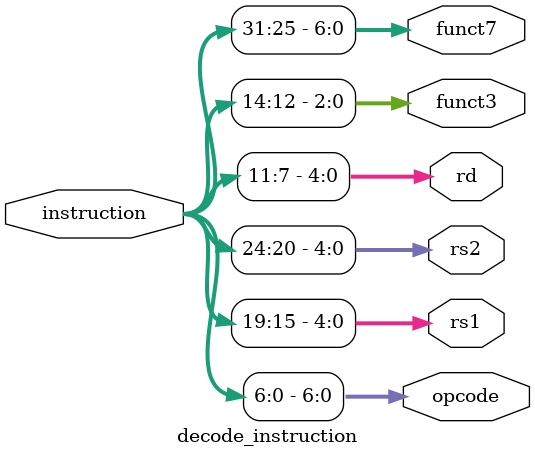
<source format=v>
module decode_instruction(
    input  wire [31:0] instruction,
    output wire [6:0]  opcode,
    output wire [4:0]  rs1,
    output wire [4:0]  rs2,
    output wire [4:0]  rd,
    output wire [2:0] funct3,
    output wire [6:0] funct7    
);


assign opcode = instruction[6:0];
assign rd     = instruction[11:7];
assign funct3 = instruction[14:12];
assign rs1    = instruction[19:15];
assign rs2    = instruction[24:20];
assign funct7 = instruction[31:25];

endmodule

</source>
